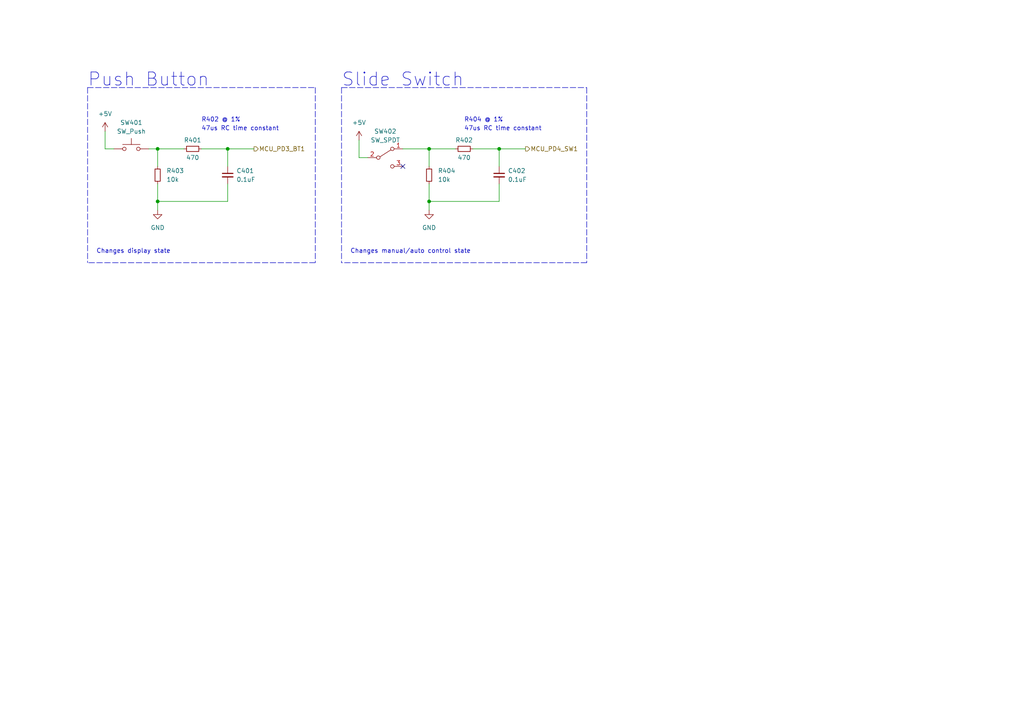
<source format=kicad_sch>
(kicad_sch (version 20211123) (generator eeschema)
  (paper "A4")
  (title_block (title "Input Signal Circuits") (date "2022-09-08") (rev "v1.0.0") (company "Lizard Electronics") (comment 1 "Designed by: Manuel Lagarto"))
  (lib_symbols
    (symbol "Device:C_Small" (pin_numbers hide) (pin_names (offset 0.254) hide)
      (property "Reference" "C" (at 0.254 1.778 0))
      (property "Value" "C_Small" (at 0.254 -2.032 0))
      (symbol "C_Small_0_1"
        (polyline (pts (xy -1.524 -0.508) (xy 1.524 -0.508)) (stroke (width 0.3302)))
        (polyline (pts (xy -1.524 0.508) (xy 1.524 0.508)) (stroke (width 0.3048)))
      )
      (symbol "C_Small_1_1"
        (pin passive line (at 0 2.54 270) (length 2.032) (name "~") (number "1"))
        (pin passive line (at 0 -2.54 90) (length 2.032) (name "~") (number "2"))
      )
    )
    (symbol "Device:R_Small" (pin_numbers hide) (pin_names (offset 0.254) hide)
      (property "Reference" "R" (at 0.762 0.508 0))
      (property "Value" "R_Small" (at 0.762 -1.016 0))
      (symbol "R_Small_0_1"
        (rectangle (start -0.762 1.778) (end 0.762 -1.778) (stroke (width 0.2032)))
      )
      (symbol "R_Small_1_1"
        (pin passive line (at 0 2.54 270) (length 0.762) (name "~") (number "1"))
        (pin passive line (at 0 -2.54 90) (length 0.762) (name "~") (number "2"))
      )
    )
    (symbol "Switch:SW_Push" (pin_numbers hide) (pin_names (offset 1.016) hide)
      (property "Reference" "SW" (at 1.27 2.54 0))
      (property "Value" "SW_Push" (at 0 -1.524 0))
      (symbol "SW_Push_0_1"
        (circle (center -2.032 0) (radius 0.508))
        (polyline (pts (xy 0 1.27) (xy 0 3.048)))
        (polyline (pts (xy 2.54 1.27) (xy -2.54 1.27)))
        (circle (center 2.032 0) (radius 0.508))
        (pin passive line (at -5.08 0 0) (length 2.54) (name "1") (number "1"))
        (pin passive line (at 5.08 0 180) (length 2.54) (name "2") (number "2"))
      )
    )
    (symbol "Switch:SW_SPDT" (pin_names (offset 0) hide)
      (property "Reference" "SW" (at 0 4.318 0))
      (property "Value" "SW_SPDT" (at 0 -5.08 0))
      (symbol "SW_SPDT_0_0"
        (circle (center -2.032 0) (radius 0.508))
        (circle (center 2.032 -2.54) (radius 0.508))
      )
      (symbol "SW_SPDT_0_1"
        (polyline (pts (xy -1.524 0.254) (xy 1.651 2.286)))
        (circle (center 2.032 2.54) (radius 0.508))
      )
      (symbol "SW_SPDT_1_1"
        (pin passive line (at 5.08 2.54 180) (length 2.54) (name "A") (number "1"))
        (pin passive line (at -5.08 0 0) (length 2.54) (name "B") (number "2"))
        (pin passive line (at 5.08 -2.54 180) (length 2.54) (name "C") (number "3"))
      )
    )
    (symbol "power:+5V" (power) (pin_names (offset 0))
      (property "Value" "+5V" (at 0 3.556 0))
      (symbol "+5V_0_1"
        (polyline (pts (xy -0.762 1.27) (xy 0 2.54)))
        (polyline (pts (xy 0 0) (xy 0 2.54)))
        (polyline (pts (xy 0 2.54) (xy 0.762 1.27)))
      )
      (symbol "+5V_1_1"
        (pin power_in line (at 0 0 90) (length 0) hide (name "+5V") (number "1"))
      )
    )
    (symbol "power:GND" (power) (pin_names (offset 0))
      (property "Value" "GND" (at 0 -3.81 0))
      (symbol "GND_0_1"
        (polyline (pts (xy 0 0) (xy 0 -1.27) (xy 1.27 -1.27) (xy 0 -2.54) (xy -1.27 -1.27) (xy 0 -1.27)))
      )
      (symbol "GND_1_1"
        (pin power_in line (at 0 0 270) (length 0) hide (name "GND") (number "1"))
      )
    )
  )
  (junction (at 45.72 43.18))
  (junction (at 124.46 58.42))
  (junction (at 66.04 43.18))
  (junction (at 144.78 43.18))
  (junction (at 124.46 43.18))
  (junction (at 45.72 58.42))
  (no_connect (at 116.84 48.26))
  (wire (pts (xy 144.78 53.34) (xy 144.78 58.42)))
  (polyline (pts (xy 91.44 76.2) (xy 25.4 76.2)))
  (wire (pts (xy 30.48 43.18) (xy 33.02 43.18)))
  (polyline (pts (xy 91.44 25.4) (xy 91.44 76.2)))
  (wire (pts (xy 45.72 43.18) (xy 53.34 43.18)))
  (wire (pts (xy 144.78 43.18) (xy 144.78 48.26)))
  (polyline (pts (xy 170.18 76.2) (xy 99.06 76.2)))
  (wire (pts (xy 45.72 58.42) (xy 45.72 60.96)))
  (wire (pts (xy 66.04 53.34) (xy 66.04 58.42)))
  (wire (pts (xy 43.18 43.18) (xy 45.72 43.18)))
  (wire (pts (xy 45.72 53.34) (xy 45.72 58.42)))
  (polyline (pts (xy 25.4 25.4) (xy 91.44 25.4)))
  (wire (pts (xy 30.48 38.1) (xy 30.48 43.18)))
  (wire (pts (xy 124.46 58.42) (xy 144.78 58.42)))
  (wire (pts (xy 116.84 43.18) (xy 124.46 43.18)))
  (wire (pts (xy 137.16 43.18) (xy 144.78 43.18)))
  (wire (pts (xy 45.72 43.18) (xy 45.72 48.26)))
  (wire (pts (xy 104.14 45.72) (xy 106.68 45.72)))
  (polyline (pts (xy 170.18 25.4) (xy 170.18 76.2)))
  (wire (pts (xy 45.72 58.42) (xy 66.04 58.42)))
  (wire (pts (xy 144.78 43.18) (xy 152.4 43.18)))
  (polyline (pts (xy 99.06 25.4) (xy 99.06 76.2)))
  (wire (pts (xy 124.46 43.18) (xy 132.08 43.18)))
  (wire (pts (xy 124.46 53.34) (xy 124.46 58.42)))
  (wire (pts (xy 58.42 43.18) (xy 66.04 43.18)))
  (polyline (pts (xy 25.4 25.4) (xy 25.4 76.2)))
  (wire (pts (xy 124.46 43.18) (xy 124.46 48.26)))
  (wire (pts (xy 66.04 43.18) (xy 73.66 43.18)))
  (polyline (pts (xy 99.06 25.4) (xy 170.18 25.4)))
  (wire (pts (xy 124.46 58.42) (xy 124.46 60.96)))
  (wire (pts (xy 66.04 43.18) (xy 66.04 48.26)))
  (wire (pts (xy 104.14 40.64) (xy 104.14 45.72)))
  (text "R404 @ 1%" (at 134.62 35.56 0) (effects (font (size 1.27 1.27)) (justify left bottom)))
  (text "Slide Switch" (at 99.06 25.4 0) (effects (font (size 3.81 3.81)) (justify left bottom)))
  (text "Push Button" (at 25.4 25.4 0) (effects (font (size 3.81 3.81)) (justify left bottom)))
  (text "Changes display state" (at 27.94 73.66 0) (effects (font (size 1.27 1.27)) (justify left bottom)))
  (text "R402 @ 1%" (at 58.42 35.56 0) (effects (font (size 1.27 1.27)) (justify left bottom)))
  (text "Changes manual/auto control state" (at 101.6 73.66 0) (effects (font (size 1.27 1.27)) (justify left bottom)))
  (text "47us RC time constant" (at 134.62 38.1 0) (effects (font (size 1.27 1.27)) (justify left bottom)))
  (text "47us RC time constant" (at 58.42 38.1 0) (effects (font (size 1.27 1.27)) (justify left bottom)))
  (hierarchical_label "MCU_PD3_BT1" (shape output) (at 73.66 43.18 0))
  (hierarchical_label "MCU_PD4_SW1" (shape output) (at 152.4 43.18 0))
  (symbol (lib_id "Switch:SW_SPDT") (at 111.76 45.72 0) (unit 1)
    (property "Reference" "SW402" (at 111.76 38.1 0))
    (property "Value" "SW_SPDT" (at 111.76 40.64 0))
    (property "Footprint" "Button_Switch_THT:SW_Slide_1P2T_CK_OS102011MS2Q" (effects hide))
  )
  (symbol (lib_id "power:GND") (at 45.72 60.96 0) (unit 1)
    (property "Reference" "#PWR0403" (effects hide))
    (property "Value" "GND" (at 45.72 66.04 0))
  )
  (symbol (lib_id "Device:C_Small") (at 66.04 50.8 0) (unit 1)
    (property "Reference" "C401" (at 68.58 49.5362 0) (effects (justify left)))
    (property "Value" "0.1uF" (at 68.58 52.0762 0) (effects (justify left)))
    (property "Footprint" "Capacitor_SMD:C_0603_1608Metric_Pad1.08x0.95mm_HandSolder" (effects hide))
  )
  (symbol (lib_id "Device:C_Small") (at 144.78 50.8 0) (unit 1)
    (property "Reference" "C402" (at 147.32 49.5362 0) (effects (justify left)))
    (property "Value" "0.1uF" (at 147.32 52.0762 0) (effects (justify left)))
    (property "Footprint" "Capacitor_SMD:C_0603_1608Metric_Pad1.08x0.95mm_HandSolder" (effects hide))
  )
  (symbol (lib_id "Device:R_Small") (at 55.88 43.18 270) (unit 1)
    (property "Reference" "R401" (at 55.88 40.64 90))
    (property "Value" "470" (at 55.88 45.72 90))
    (property "Footprint" "Resistor_SMD:R_0603_1608Metric_Pad0.98x0.95mm_HandSolder" (effects hide))
  )
  (symbol (lib_id "Device:R_Small") (at 134.62 43.18 270) (unit 1)
    (property "Reference" "R402" (at 134.62 40.64 90))
    (property "Value" "470" (at 134.62 45.72 90))
    (property "Footprint" "Resistor_SMD:R_0603_1608Metric_Pad0.98x0.95mm_HandSolder" (effects hide))
  )
  (symbol (lib_id "power:GND") (at 124.46 60.96 0) (unit 1)
    (property "Reference" "#PWR0404" (effects hide))
    (property "Value" "GND" (at 124.46 66.04 0))
  )
  (symbol (lib_id "power:+5V") (at 30.48 38.1 0) (unit 1)
    (property "Reference" "#PWR0401" (effects hide))
    (property "Value" "+5V" (at 30.48 33.02 0))
  )
  (symbol (lib_id "Switch:SW_Push") (at 38.1 43.18 0) (unit 1)
    (property "Reference" "SW401" (at 38.1 35.56 0))
    (property "Value" "SW_Push" (at 38.1 38.1 0))
    (property "Footprint" "Button_Switch_THT:SW_PUSH-12mm" (effects hide))
  )
  (symbol (lib_id "Device:R_Small") (at 124.46 50.8 180) (unit 1)
    (property "Reference" "R404" (at 127 49.5299 0) (effects (justify right)))
    (property "Value" "10k" (at 127 52.0699 0) (effects (justify right)))
    (property "Footprint" "Resistor_SMD:R_0603_1608Metric_Pad0.98x0.95mm_HandSolder" (effects hide))
  )
  (symbol (lib_id "Device:R_Small") (at 45.72 50.8 180) (unit 1)
    (property "Reference" "R403" (at 48.26 49.5299 0) (effects (justify right)))
    (property "Value" "10k" (at 48.26 52.0699 0) (effects (justify right)))
    (property "Footprint" "Resistor_SMD:R_0603_1608Metric_Pad0.98x0.95mm_HandSolder" (effects hide))
  )
  (symbol (lib_id "power:+5V") (at 104.14 40.64 0) (unit 1)
    (property "Reference" "#PWR0402" (effects hide))
    (property "Value" "+5V" (at 104.14 35.56 0))
  )
)
</source>
